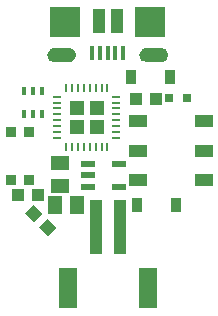
<source format=gbr>
G04 EAGLE Gerber RS-274X export*
G75*
%MOMM*%
%FSLAX34Y34*%
%LPD*%
%INSolderpaste Top*%
%IPPOS*%
%AMOC8*
5,1,8,0,0,1.08239X$1,22.5*%
G01*
%ADD10R,1.500000X1.240000*%
%ADD11R,0.900000X0.900000*%
%ADD12R,0.910000X1.220000*%
%ADD13R,1.000000X4.600000*%
%ADD14R,1.600000X3.400000*%
%ADD15R,1.240000X1.500000*%
%ADD16R,1.075000X1.000000*%
%ADD17R,0.800000X0.800000*%
%ADD18R,1.000000X2.000000*%
%ADD19R,2.500000X2.500000*%
%ADD20R,0.300000X1.250000*%
%ADD21R,1.500000X1.000000*%
%ADD22R,0.800000X0.250000*%
%ADD23R,0.250000X0.800000*%
%ADD24R,1.143000X1.143000*%
%ADD25R,0.350000X0.700000*%
%ADD26R,1.200000X0.550000*%

G36*
X-33485Y76309D02*
X-33485Y76309D01*
X-33465Y76307D01*
X-32339Y76368D01*
X-32292Y76380D01*
X-32216Y76387D01*
X-31123Y76668D01*
X-31079Y76688D01*
X-31006Y76710D01*
X-29989Y77198D01*
X-29950Y77227D01*
X-29883Y77263D01*
X-28980Y77940D01*
X-28947Y77975D01*
X-28889Y78024D01*
X-28136Y78864D01*
X-28110Y78905D01*
X-28062Y78965D01*
X-27488Y79936D01*
X-27471Y79981D01*
X-27435Y80048D01*
X-27061Y81113D01*
X-27053Y81160D01*
X-27031Y81234D01*
X-26872Y82350D01*
X-26873Y82378D01*
X-26872Y82530D01*
X-27031Y83647D01*
X-27046Y83692D01*
X-27061Y83767D01*
X-27435Y84832D01*
X-27459Y84874D01*
X-27488Y84944D01*
X-28062Y85915D01*
X-28094Y85952D01*
X-28136Y86016D01*
X-28889Y86856D01*
X-28927Y86886D01*
X-28980Y86940D01*
X-29883Y87617D01*
X-29926Y87639D01*
X-29989Y87682D01*
X-31006Y88170D01*
X-31053Y88183D01*
X-31123Y88212D01*
X-32216Y88493D01*
X-32264Y88496D01*
X-32339Y88512D01*
X-33465Y88573D01*
X-33481Y88571D01*
X-33500Y88574D01*
X-44500Y88574D01*
X-44515Y88572D01*
X-44535Y88573D01*
X-45661Y88512D01*
X-45708Y88501D01*
X-45784Y88493D01*
X-46877Y88212D01*
X-46921Y88192D01*
X-46994Y88170D01*
X-48011Y87682D01*
X-48050Y87654D01*
X-48117Y87617D01*
X-49020Y86940D01*
X-49053Y86905D01*
X-49111Y86856D01*
X-49864Y86016D01*
X-49890Y85975D01*
X-49938Y85915D01*
X-50512Y84944D01*
X-50529Y84899D01*
X-50565Y84832D01*
X-50939Y83767D01*
X-50947Y83720D01*
X-50969Y83647D01*
X-51128Y82530D01*
X-51128Y82529D01*
X-51127Y82342D01*
X-50927Y81068D01*
X-50910Y81021D01*
X-50889Y80932D01*
X-50411Y79735D01*
X-50384Y79692D01*
X-50344Y79610D01*
X-49612Y78549D01*
X-49576Y78513D01*
X-49518Y78442D01*
X-48568Y77571D01*
X-48526Y77544D01*
X-48453Y77487D01*
X-47333Y76850D01*
X-47286Y76833D01*
X-47203Y76794D01*
X-45969Y76421D01*
X-45919Y76416D01*
X-45829Y76396D01*
X-44544Y76307D01*
X-44524Y76309D01*
X-44500Y76306D01*
X-33500Y76306D01*
X-33485Y76309D01*
G37*
G36*
X44515Y76309D02*
X44515Y76309D01*
X44535Y76307D01*
X45661Y76368D01*
X45708Y76380D01*
X45784Y76387D01*
X46877Y76668D01*
X46921Y76688D01*
X46994Y76710D01*
X48011Y77198D01*
X48050Y77227D01*
X48117Y77263D01*
X49020Y77940D01*
X49053Y77975D01*
X49111Y78024D01*
X49864Y78864D01*
X49890Y78905D01*
X49938Y78965D01*
X50512Y79936D01*
X50529Y79981D01*
X50565Y80048D01*
X50939Y81113D01*
X50947Y81160D01*
X50969Y81234D01*
X51128Y82350D01*
X51127Y82378D01*
X51128Y82530D01*
X50969Y83647D01*
X50954Y83692D01*
X50939Y83767D01*
X50565Y84832D01*
X50541Y84874D01*
X50512Y84944D01*
X49938Y85915D01*
X49906Y85952D01*
X49864Y86016D01*
X49111Y86856D01*
X49074Y86886D01*
X49020Y86940D01*
X48117Y87617D01*
X48074Y87639D01*
X48011Y87682D01*
X46994Y88170D01*
X46947Y88183D01*
X46877Y88212D01*
X45784Y88493D01*
X45736Y88496D01*
X45661Y88512D01*
X44535Y88573D01*
X44519Y88571D01*
X44500Y88574D01*
X33500Y88574D01*
X33485Y88572D01*
X33465Y88573D01*
X32339Y88512D01*
X32292Y88501D01*
X32216Y88493D01*
X31123Y88212D01*
X31079Y88192D01*
X31006Y88170D01*
X29989Y87682D01*
X29950Y87654D01*
X29883Y87617D01*
X28980Y86940D01*
X28947Y86905D01*
X28889Y86856D01*
X28136Y86016D01*
X28110Y85975D01*
X28062Y85915D01*
X27488Y84944D01*
X27471Y84899D01*
X27435Y84832D01*
X27061Y83767D01*
X27053Y83720D01*
X27031Y83647D01*
X26872Y82530D01*
X26872Y82529D01*
X26873Y82342D01*
X27073Y81068D01*
X27090Y81021D01*
X27111Y80932D01*
X27589Y79735D01*
X27616Y79692D01*
X27656Y79610D01*
X28388Y78549D01*
X28424Y78513D01*
X28482Y78442D01*
X29432Y77571D01*
X29474Y77544D01*
X29547Y77487D01*
X30667Y76850D01*
X30714Y76833D01*
X30797Y76794D01*
X32031Y76421D01*
X32081Y76416D01*
X32171Y76396D01*
X33456Y76307D01*
X33476Y76309D01*
X33500Y76306D01*
X44500Y76306D01*
X44515Y76309D01*
G37*
D10*
X-40005Y-9550D03*
X-40005Y-28550D03*
D11*
X-66295Y-23675D03*
X-82295Y-23675D03*
X-82295Y17325D03*
X-66295Y17325D03*
D12*
X52570Y63500D03*
X19820Y63500D03*
X57555Y-44990D03*
X24805Y-44990D03*
D13*
X10000Y-63330D03*
X-10000Y-63330D03*
D14*
X34000Y-115330D03*
X-34000Y-115330D03*
D15*
X-25965Y-45085D03*
X-44965Y-45085D03*
D16*
X40808Y45380D03*
X23808Y45380D03*
D17*
X67190Y45720D03*
X52190Y45720D03*
D18*
X7500Y111440D03*
X-7500Y111440D03*
D19*
X36000Y110440D03*
X-36000Y110440D03*
D20*
X13000Y83690D03*
X6500Y83690D03*
X0Y83690D03*
X-6500Y83690D03*
X-13000Y83690D03*
D21*
X25340Y-23730D03*
X25340Y1270D03*
X25340Y26270D03*
X81340Y26270D03*
X81340Y1270D03*
X81340Y-23730D03*
D22*
X-42716Y46973D03*
X-42716Y41973D03*
X-42716Y36973D03*
X-42716Y31973D03*
X-42716Y26973D03*
X-42716Y21973D03*
X-42716Y16973D03*
X-42716Y11973D03*
D23*
X-35216Y4473D03*
X-30216Y4473D03*
X-25216Y4473D03*
X-20216Y4473D03*
X-15216Y4473D03*
X-10216Y4473D03*
X-5216Y4473D03*
X-216Y4473D03*
D22*
X7284Y11973D03*
X7284Y16973D03*
X7284Y21973D03*
X7284Y26973D03*
X7284Y31973D03*
X7284Y36973D03*
X7284Y41973D03*
X7284Y46973D03*
D23*
X-216Y54473D03*
X-5216Y54473D03*
X-10216Y54473D03*
X-15216Y54473D03*
X-20216Y54473D03*
X-25216Y54473D03*
X-30216Y54473D03*
X-35216Y54473D03*
D24*
X-25971Y21218D03*
X-9461Y37728D03*
X-25971Y37728D03*
X-9461Y21218D03*
D25*
X-56000Y51410D03*
X-63500Y51410D03*
X-71000Y51410D03*
X-71000Y32410D03*
X-63500Y32410D03*
X-56000Y32410D03*
D26*
X-16811Y-10185D03*
X-16811Y-19685D03*
X-16811Y-29185D03*
X9191Y-29185D03*
X9191Y-10185D03*
D16*
G36*
X-50770Y-56459D02*
X-43169Y-64060D01*
X-50240Y-71131D01*
X-57841Y-63530D01*
X-50770Y-56459D01*
G37*
G36*
X-62790Y-44439D02*
X-55189Y-52040D01*
X-62260Y-59111D01*
X-69861Y-51510D01*
X-62790Y-44439D01*
G37*
X-58778Y-36426D03*
X-75778Y-36426D03*
M02*

</source>
